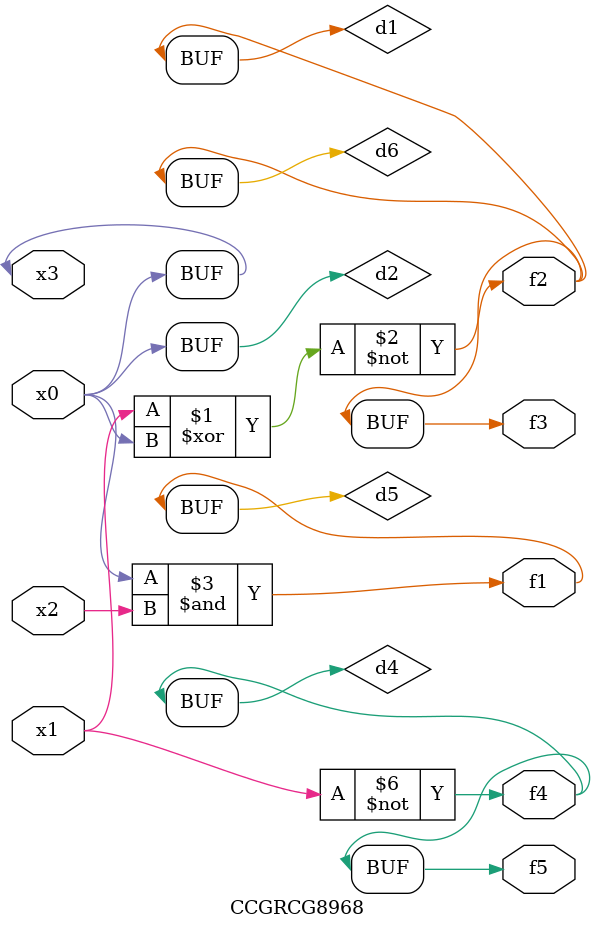
<source format=v>
module CCGRCG8968(
	input x0, x1, x2, x3,
	output f1, f2, f3, f4, f5
);

	wire d1, d2, d3, d4, d5, d6;

	xnor (d1, x1, x3);
	buf (d2, x0, x3);
	nand (d3, x0, x2);
	not (d4, x1);
	nand (d5, d3);
	or (d6, d1);
	assign f1 = d5;
	assign f2 = d6;
	assign f3 = d6;
	assign f4 = d4;
	assign f5 = d4;
endmodule

</source>
